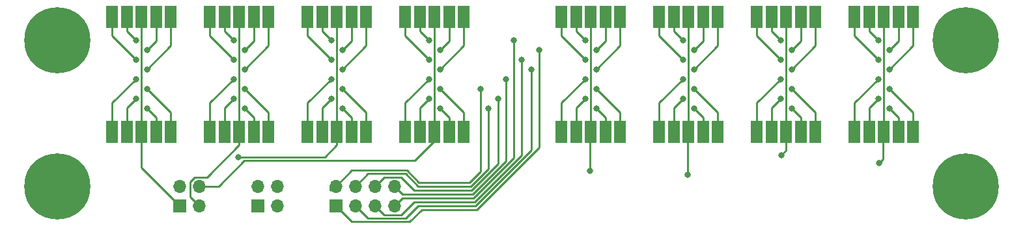
<source format=gbr>
%TF.GenerationSoftware,KiCad,Pcbnew,(5.1.8)-1*%
%TF.CreationDate,2021-01-26T11:35:07-05:00*%
%TF.ProjectId,SSD8_Row,53534438-5f52-46f7-972e-6b696361645f,rev?*%
%TF.SameCoordinates,Original*%
%TF.FileFunction,Copper,L1,Top*%
%TF.FilePolarity,Positive*%
%FSLAX46Y46*%
G04 Gerber Fmt 4.6, Leading zero omitted, Abs format (unit mm)*
G04 Created by KiCad (PCBNEW (5.1.8)-1) date 2021-01-26 11:35:07*
%MOMM*%
%LPD*%
G01*
G04 APERTURE LIST*
%TA.AperFunction,ComponentPad*%
%ADD10R,1.700000X1.700000*%
%TD*%
%TA.AperFunction,ComponentPad*%
%ADD11O,1.700000X1.700000*%
%TD*%
%TA.AperFunction,WasherPad*%
%ADD12C,8.600000*%
%TD*%
%TA.AperFunction,WasherPad*%
%ADD13C,0.900000*%
%TD*%
%TA.AperFunction,SMDPad,CuDef*%
%ADD14R,1.650000X3.000000*%
%TD*%
%TA.AperFunction,ViaPad*%
%ADD15C,0.800000*%
%TD*%
%TA.AperFunction,Conductor*%
%ADD16C,0.250000*%
%TD*%
G04 APERTURE END LIST*
D10*
%TO.P,J2,1*%
%TO.N,/SEG_F*%
X55880000Y-40640000D03*
D11*
%TO.P,J2,2*%
%TO.N,/SEG_E*%
X55880000Y-38100000D03*
%TO.P,J2,3*%
%TO.N,/SEG_G*%
X58420000Y-40640000D03*
%TO.P,J2,4*%
%TO.N,/SEG_D*%
X58420000Y-38100000D03*
%TO.P,J2,5*%
%TO.N,/SEG_B*%
X60960000Y-40640000D03*
%TO.P,J2,6*%
%TO.N,/SEG_C*%
X60960000Y-38100000D03*
%TO.P,J2,7*%
%TO.N,/SEG_A*%
X63500000Y-40640000D03*
%TO.P,J2,8*%
%TO.N,/SEG_DP*%
X63500000Y-38100000D03*
%TD*%
D12*
%TO.P,REF\u002A\u002A,*%
%TO.N,*%
X19685000Y-38100000D03*
D13*
X22910000Y-38100000D03*
X21965419Y-40380419D03*
X19685000Y-41325000D03*
X17404581Y-40380419D03*
X16460000Y-38100000D03*
X17404581Y-35819581D03*
X19685000Y-34875000D03*
X21965419Y-35819581D03*
%TD*%
D12*
%TO.P,REF\u002A\u002A,*%
%TO.N,*%
X19685000Y-19050000D03*
D13*
X22910000Y-19050000D03*
X21965419Y-21330419D03*
X19685000Y-22275000D03*
X17404581Y-21330419D03*
X16460000Y-19050000D03*
X17404581Y-16769581D03*
X19685000Y-15825000D03*
X21965419Y-16769581D03*
%TD*%
D12*
%TO.P,REF\u002A\u002A,*%
%TO.N,*%
X137795000Y-38100000D03*
D13*
X141020000Y-38100000D03*
X140075419Y-40380419D03*
X137795000Y-41325000D03*
X135514581Y-40380419D03*
X134570000Y-38100000D03*
X135514581Y-35819581D03*
X137795000Y-34875000D03*
X140075419Y-35819581D03*
%TD*%
D12*
%TO.P,REF\u002A\u002A,*%
%TO.N,*%
X137795000Y-19050000D03*
D13*
X141020000Y-19050000D03*
X140075419Y-21330419D03*
X137795000Y-22275000D03*
X135514581Y-21330419D03*
X134570000Y-19050000D03*
X135514581Y-16769581D03*
X137795000Y-15825000D03*
X140075419Y-16769581D03*
%TD*%
D14*
%TO.P,D4,10*%
%TO.N,/SEG_G*%
X72507000Y-15995000D03*
%TO.P,D4,9*%
%TO.N,/SEG_F*%
X70607000Y-15995000D03*
%TO.P,D4,8*%
%TO.N,/DIG_3*%
X68707000Y-15995000D03*
%TO.P,D4,7*%
%TO.N,/SEG_A*%
X66807000Y-15995000D03*
%TO.P,D4,6*%
%TO.N,/SEG_B*%
X64907000Y-15995000D03*
%TO.P,D4,5*%
%TO.N,/SEG_DP*%
X64907000Y-30995000D03*
%TO.P,D4,4*%
%TO.N,/SEG_C*%
X66807000Y-30995000D03*
%TO.P,D4,3*%
%TO.N,/DIG_3*%
X68707000Y-30995000D03*
%TO.P,D4,2*%
%TO.N,/SEG_D*%
X70607000Y-30995000D03*
%TO.P,D4,1*%
%TO.N,/SEG_E*%
X72507000Y-30995000D03*
%TD*%
%TO.P,D1,10*%
%TO.N,/SEG_G*%
X34407000Y-15995000D03*
%TO.P,D1,9*%
%TO.N,/SEG_F*%
X32507000Y-15995000D03*
%TO.P,D1,8*%
%TO.N,/DIG_0*%
X30607000Y-15995000D03*
%TO.P,D1,7*%
%TO.N,/SEG_A*%
X28707000Y-15995000D03*
%TO.P,D1,6*%
%TO.N,/SEG_B*%
X26807000Y-15995000D03*
%TO.P,D1,5*%
%TO.N,/SEG_DP*%
X26807000Y-30995000D03*
%TO.P,D1,4*%
%TO.N,/SEG_C*%
X28707000Y-30995000D03*
%TO.P,D1,3*%
%TO.N,/DIG_0*%
X30607000Y-30995000D03*
%TO.P,D1,2*%
%TO.N,/SEG_D*%
X32507000Y-30995000D03*
%TO.P,D1,1*%
%TO.N,/SEG_E*%
X34407000Y-30995000D03*
%TD*%
%TO.P,D5,10*%
%TO.N,/SEG_G*%
X92827000Y-15995000D03*
%TO.P,D5,9*%
%TO.N,/SEG_F*%
X90927000Y-15995000D03*
%TO.P,D5,8*%
%TO.N,/DIG_4*%
X89027000Y-15995000D03*
%TO.P,D5,7*%
%TO.N,/SEG_A*%
X87127000Y-15995000D03*
%TO.P,D5,6*%
%TO.N,/SEG_B*%
X85227000Y-15995000D03*
%TO.P,D5,5*%
%TO.N,/SEG_DP*%
X85227000Y-30995000D03*
%TO.P,D5,4*%
%TO.N,/SEG_C*%
X87127000Y-30995000D03*
%TO.P,D5,3*%
%TO.N,/DIG_4*%
X89027000Y-30995000D03*
%TO.P,D5,2*%
%TO.N,/SEG_D*%
X90927000Y-30995000D03*
%TO.P,D5,1*%
%TO.N,/SEG_E*%
X92827000Y-30995000D03*
%TD*%
%TO.P,D2,1*%
%TO.N,/SEG_E*%
X47107000Y-30995000D03*
%TO.P,D2,2*%
%TO.N,/SEG_D*%
X45207000Y-30995000D03*
%TO.P,D2,3*%
%TO.N,/DIG_1*%
X43307000Y-30995000D03*
%TO.P,D2,4*%
%TO.N,/SEG_C*%
X41407000Y-30995000D03*
%TO.P,D2,5*%
%TO.N,/SEG_DP*%
X39507000Y-30995000D03*
%TO.P,D2,6*%
%TO.N,/SEG_B*%
X39507000Y-15995000D03*
%TO.P,D2,7*%
%TO.N,/SEG_A*%
X41407000Y-15995000D03*
%TO.P,D2,8*%
%TO.N,/DIG_1*%
X43307000Y-15995000D03*
%TO.P,D2,9*%
%TO.N,/SEG_F*%
X45207000Y-15995000D03*
%TO.P,D2,10*%
%TO.N,/SEG_G*%
X47107000Y-15995000D03*
%TD*%
%TO.P,D6,1*%
%TO.N,/SEG_E*%
X105527000Y-30995000D03*
%TO.P,D6,2*%
%TO.N,/SEG_D*%
X103627000Y-30995000D03*
%TO.P,D6,3*%
%TO.N,/DIG_5*%
X101727000Y-30995000D03*
%TO.P,D6,4*%
%TO.N,/SEG_C*%
X99827000Y-30995000D03*
%TO.P,D6,5*%
%TO.N,/SEG_DP*%
X97927000Y-30995000D03*
%TO.P,D6,6*%
%TO.N,/SEG_B*%
X97927000Y-15995000D03*
%TO.P,D6,7*%
%TO.N,/SEG_A*%
X99827000Y-15995000D03*
%TO.P,D6,8*%
%TO.N,/DIG_5*%
X101727000Y-15995000D03*
%TO.P,D6,9*%
%TO.N,/SEG_F*%
X103627000Y-15995000D03*
%TO.P,D6,10*%
%TO.N,/SEG_G*%
X105527000Y-15995000D03*
%TD*%
%TO.P,D3,1*%
%TO.N,/SEG_E*%
X59807000Y-30995000D03*
%TO.P,D3,2*%
%TO.N,/SEG_D*%
X57907000Y-30995000D03*
%TO.P,D3,3*%
%TO.N,/DIG_2*%
X56007000Y-30995000D03*
%TO.P,D3,4*%
%TO.N,/SEG_C*%
X54107000Y-30995000D03*
%TO.P,D3,5*%
%TO.N,/SEG_DP*%
X52207000Y-30995000D03*
%TO.P,D3,6*%
%TO.N,/SEG_B*%
X52207000Y-15995000D03*
%TO.P,D3,7*%
%TO.N,/SEG_A*%
X54107000Y-15995000D03*
%TO.P,D3,8*%
%TO.N,/DIG_2*%
X56007000Y-15995000D03*
%TO.P,D3,9*%
%TO.N,/SEG_F*%
X57907000Y-15995000D03*
%TO.P,D3,10*%
%TO.N,/SEG_G*%
X59807000Y-15995000D03*
%TD*%
%TO.P,D7,1*%
%TO.N,/SEG_E*%
X118227000Y-30995000D03*
%TO.P,D7,2*%
%TO.N,/SEG_D*%
X116327000Y-30995000D03*
%TO.P,D7,3*%
%TO.N,/DIG_6*%
X114427000Y-30995000D03*
%TO.P,D7,4*%
%TO.N,/SEG_C*%
X112527000Y-30995000D03*
%TO.P,D7,5*%
%TO.N,/SEG_DP*%
X110627000Y-30995000D03*
%TO.P,D7,6*%
%TO.N,/SEG_B*%
X110627000Y-15995000D03*
%TO.P,D7,7*%
%TO.N,/SEG_A*%
X112527000Y-15995000D03*
%TO.P,D7,8*%
%TO.N,/DIG_6*%
X114427000Y-15995000D03*
%TO.P,D7,9*%
%TO.N,/SEG_F*%
X116327000Y-15995000D03*
%TO.P,D7,10*%
%TO.N,/SEG_G*%
X118227000Y-15995000D03*
%TD*%
%TO.P,D8,10*%
%TO.N,/SEG_G*%
X130927000Y-15995000D03*
%TO.P,D8,9*%
%TO.N,/SEG_F*%
X129027000Y-15995000D03*
%TO.P,D8,8*%
%TO.N,/DIG_7*%
X127127000Y-15995000D03*
%TO.P,D8,7*%
%TO.N,/SEG_A*%
X125227000Y-15995000D03*
%TO.P,D8,6*%
%TO.N,/SEG_B*%
X123327000Y-15995000D03*
%TO.P,D8,5*%
%TO.N,/SEG_DP*%
X123327000Y-30995000D03*
%TO.P,D8,4*%
%TO.N,/SEG_C*%
X125227000Y-30995000D03*
%TO.P,D8,3*%
%TO.N,/DIG_7*%
X127127000Y-30995000D03*
%TO.P,D8,2*%
%TO.N,/SEG_D*%
X129027000Y-30995000D03*
%TO.P,D8,1*%
%TO.N,/SEG_E*%
X130927000Y-30995000D03*
%TD*%
D10*
%TO.P,J1,1*%
%TO.N,/DIG_0*%
X35560000Y-40640000D03*
D11*
%TO.P,J1,2*%
%TO.N,/DIG_2*%
X35560000Y-38100000D03*
%TO.P,J1,3*%
%TO.N,/DIG_1*%
X38100000Y-40640000D03*
%TO.P,J1,4*%
%TO.N,/DIG_3*%
X38100000Y-38100000D03*
%TD*%
%TO.P,J3,4*%
%TO.N,/DIG_7*%
X48260000Y-38100000D03*
%TO.P,J3,3*%
%TO.N,/DIG_5*%
X48260000Y-40640000D03*
%TO.P,J3,2*%
%TO.N,/DIG_6*%
X45720000Y-38100000D03*
D10*
%TO.P,J3,1*%
%TO.N,/DIG_4*%
X45720000Y-40640000D03*
%TD*%
D15*
%TO.N,/SEG_G*%
X31332000Y-22860000D03*
X44032000Y-22860000D03*
X56732000Y-22860000D03*
X69432000Y-22860000D03*
X89752000Y-22860000D03*
X102452000Y-22860000D03*
X115152000Y-22860000D03*
X127852000Y-22860000D03*
X81280000Y-22860000D03*
%TO.N,/SEG_F*%
X31332000Y-20320000D03*
X44032000Y-20320000D03*
X56732000Y-20320000D03*
X69432000Y-20320000D03*
X89752000Y-20320000D03*
X102452000Y-20320000D03*
X115152000Y-20320000D03*
X127852000Y-20320000D03*
X82296000Y-20320000D03*
%TO.N,/SEG_A*%
X29882000Y-19050000D03*
X42582000Y-19050000D03*
X55282000Y-19050000D03*
X67982000Y-19050000D03*
X88302000Y-19050000D03*
X101002000Y-19050000D03*
X113702000Y-19050000D03*
X126402000Y-19050000D03*
X78994000Y-19050000D03*
%TO.N,/SEG_B*%
X29882000Y-21590000D03*
X42582000Y-21590000D03*
X55282000Y-21590000D03*
X67982000Y-21590000D03*
X88302000Y-21590000D03*
X101002000Y-21590000D03*
X113702000Y-21590000D03*
X126402000Y-21590000D03*
X80010000Y-21590000D03*
%TO.N,/SEG_DP*%
X29882000Y-24130000D03*
X42582000Y-24130000D03*
X55282000Y-24130000D03*
X67982000Y-24130000D03*
X88302000Y-24130000D03*
X101002000Y-24130000D03*
X113702000Y-24130000D03*
X126402000Y-24130000D03*
X77978000Y-24130000D03*
%TO.N,/SEG_C*%
X29882000Y-26670000D03*
X42582000Y-26670000D03*
X55282000Y-26670000D03*
X67982000Y-26670000D03*
X88302000Y-26670000D03*
X101002000Y-26670000D03*
X113702000Y-26670000D03*
X126402000Y-26670000D03*
X76962000Y-26670000D03*
%TO.N,/SEG_D*%
X31332000Y-27940000D03*
X44032000Y-27940000D03*
X56732000Y-27940000D03*
X69432000Y-27940000D03*
X89752000Y-27940000D03*
X102452000Y-27940000D03*
X115152000Y-27940000D03*
X127852000Y-27940000D03*
X75692000Y-27940000D03*
%TO.N,/SEG_E*%
X31332000Y-25400000D03*
X44032000Y-25400000D03*
X56732000Y-25400000D03*
X69432000Y-25400000D03*
X89752000Y-25400000D03*
X102452000Y-25400000D03*
X115152000Y-25400000D03*
X127852000Y-25400000D03*
X74676000Y-25400000D03*
%TO.N,/DIG_4*%
X88900000Y-36068000D03*
%TO.N,/DIG_5*%
X101600000Y-36576000D03*
%TO.N,/DIG_2*%
X43180000Y-34290000D03*
%TO.N,/DIG_6*%
X113792000Y-34036000D03*
%TO.N,/DIG_7*%
X126492000Y-35052000D03*
%TD*%
D16*
%TO.N,/SEG_G*%
X34407000Y-19785000D02*
X31332000Y-22860000D01*
X34407000Y-15995000D02*
X34407000Y-19785000D01*
X47107000Y-19785000D02*
X44032000Y-22860000D01*
X47107000Y-15995000D02*
X47107000Y-19785000D01*
X59807000Y-19785000D02*
X56732000Y-22860000D01*
X59807000Y-15995000D02*
X59807000Y-19785000D01*
X72507000Y-19785000D02*
X69432000Y-22860000D01*
X72507000Y-15995000D02*
X72507000Y-19785000D01*
X92827000Y-19785000D02*
X89752000Y-22860000D01*
X92827000Y-15995000D02*
X92827000Y-19785000D01*
X105527000Y-19785000D02*
X102452000Y-22860000D01*
X105527000Y-15995000D02*
X105527000Y-19785000D01*
X118227000Y-19785000D02*
X115152000Y-22860000D01*
X118227000Y-15995000D02*
X118227000Y-19785000D01*
X130927000Y-19785000D02*
X127852000Y-22860000D01*
X130927000Y-15995000D02*
X130927000Y-19785000D01*
X60045011Y-42265011D02*
X64922989Y-42265011D01*
X58420000Y-40640000D02*
X60045011Y-42265011D01*
X64922989Y-42265011D02*
X66548000Y-40640000D01*
X66548000Y-40640000D02*
X73152000Y-40640000D01*
X81280000Y-33410870D02*
X81280000Y-22860000D01*
X74050870Y-40640000D02*
X81280000Y-33410870D01*
X73152000Y-40640000D02*
X74050870Y-40640000D01*
%TO.N,/SEG_F*%
X32507000Y-19145000D02*
X31332000Y-20320000D01*
X32507000Y-15995000D02*
X32507000Y-19145000D01*
X45207000Y-19145000D02*
X44032000Y-20320000D01*
X45207000Y-15995000D02*
X45207000Y-19145000D01*
X57907000Y-19145000D02*
X56732000Y-20320000D01*
X57907000Y-15995000D02*
X57907000Y-19145000D01*
X70607000Y-19145000D02*
X69432000Y-20320000D01*
X70607000Y-15995000D02*
X70607000Y-19145000D01*
X90927000Y-19145000D02*
X89752000Y-20320000D01*
X90927000Y-15995000D02*
X90927000Y-19145000D01*
X103627000Y-19145000D02*
X102452000Y-20320000D01*
X103627000Y-15995000D02*
X103627000Y-19145000D01*
X116327000Y-19145000D02*
X115152000Y-20320000D01*
X116327000Y-15995000D02*
X116327000Y-19145000D01*
X129027000Y-19145000D02*
X127852000Y-20320000D01*
X129027000Y-15995000D02*
X129027000Y-19145000D01*
X82296000Y-33031280D02*
X82296000Y-20320000D01*
X74179280Y-41148000D02*
X82296000Y-33031280D01*
X67056000Y-41148000D02*
X74179280Y-41148000D01*
X65488979Y-42715021D02*
X67056000Y-41148000D01*
X57955021Y-42715021D02*
X65488979Y-42715021D01*
X55880000Y-40640000D02*
X57955021Y-42715021D01*
%TO.N,/DIG_0*%
X30607000Y-30995000D02*
X30607000Y-15995000D01*
X30607000Y-35687000D02*
X35560000Y-40640000D01*
X30607000Y-30995000D02*
X30607000Y-35687000D01*
%TO.N,/SEG_A*%
X28707000Y-17875000D02*
X29882000Y-19050000D01*
X28707000Y-15995000D02*
X28707000Y-17875000D01*
X41407000Y-17875000D02*
X42582000Y-19050000D01*
X41407000Y-15995000D02*
X41407000Y-17875000D01*
X54107000Y-17875000D02*
X55282000Y-19050000D01*
X54107000Y-15995000D02*
X54107000Y-17875000D01*
X66807000Y-17875000D02*
X67982000Y-19050000D01*
X66807000Y-15995000D02*
X66807000Y-17875000D01*
X87127000Y-17875000D02*
X88302000Y-19050000D01*
X87127000Y-15995000D02*
X87127000Y-17875000D01*
X99827000Y-17875000D02*
X101002000Y-19050000D01*
X99827000Y-15995000D02*
X99827000Y-17875000D01*
X112527000Y-17875000D02*
X113702000Y-19050000D01*
X112527000Y-15995000D02*
X112527000Y-17875000D01*
X125227000Y-17875000D02*
X126402000Y-19050000D01*
X125227000Y-15995000D02*
X125227000Y-17875000D01*
X73794050Y-39624000D02*
X78994000Y-34424050D01*
X64516000Y-39624000D02*
X73794050Y-39624000D01*
X63500000Y-40640000D02*
X64516000Y-39624000D01*
X78994000Y-34424050D02*
X78994000Y-19050000D01*
%TO.N,/SEG_B*%
X26807000Y-18515000D02*
X29882000Y-21590000D01*
X26807000Y-15995000D02*
X26807000Y-18515000D01*
X39507000Y-18515000D02*
X42582000Y-21590000D01*
X39507000Y-15995000D02*
X39507000Y-18515000D01*
X52207000Y-18515000D02*
X55282000Y-21590000D01*
X52207000Y-15995000D02*
X52207000Y-18515000D01*
X64907000Y-18515000D02*
X67982000Y-21590000D01*
X64907000Y-15995000D02*
X64907000Y-18515000D01*
X85227000Y-18515000D02*
X88302000Y-21590000D01*
X85227000Y-15995000D02*
X85227000Y-18515000D01*
X97927000Y-18515000D02*
X101002000Y-21590000D01*
X97927000Y-15995000D02*
X97927000Y-18515000D01*
X110627000Y-18515000D02*
X113702000Y-21590000D01*
X110627000Y-15995000D02*
X110627000Y-18515000D01*
X123327000Y-18515000D02*
X126402000Y-21590000D01*
X123327000Y-15995000D02*
X123327000Y-18515000D01*
X80010000Y-34044460D02*
X80010000Y-21590000D01*
X73922460Y-40132000D02*
X80010000Y-34044460D01*
X64356999Y-41815001D02*
X66040000Y-40132000D01*
X62135001Y-41815001D02*
X64356999Y-41815001D01*
X66040000Y-40132000D02*
X73922460Y-40132000D01*
X60960000Y-40640000D02*
X62135001Y-41815001D01*
%TO.N,/SEG_DP*%
X26807000Y-27205000D02*
X29882000Y-24130000D01*
X26807000Y-30995000D02*
X26807000Y-27205000D01*
X39507000Y-27205000D02*
X42582000Y-24130000D01*
X39507000Y-30995000D02*
X39507000Y-27205000D01*
X52207000Y-27205000D02*
X55282000Y-24130000D01*
X52207000Y-30995000D02*
X52207000Y-27205000D01*
X64907000Y-27205000D02*
X67982000Y-24130000D01*
X64907000Y-30995000D02*
X64907000Y-27205000D01*
X85227000Y-27205000D02*
X88302000Y-24130000D01*
X85227000Y-30995000D02*
X85227000Y-27205000D01*
X97927000Y-27205000D02*
X101002000Y-24130000D01*
X97927000Y-30995000D02*
X97927000Y-27205000D01*
X110627000Y-27205000D02*
X113702000Y-24130000D01*
X110627000Y-30995000D02*
X110627000Y-27205000D01*
X123327000Y-27205000D02*
X126402000Y-24130000D01*
X123327000Y-30995000D02*
X123327000Y-27205000D01*
X73665640Y-39116000D02*
X77978000Y-34803640D01*
X64516000Y-39116000D02*
X73665640Y-39116000D01*
X63500000Y-38100000D02*
X64516000Y-39116000D01*
X77978000Y-34803640D02*
X77978000Y-24130000D01*
%TO.N,/SEG_C*%
X28707000Y-27845000D02*
X29882000Y-26670000D01*
X28707000Y-30995000D02*
X28707000Y-27845000D01*
X41407000Y-27845000D02*
X42582000Y-26670000D01*
X41407000Y-30995000D02*
X41407000Y-27845000D01*
X54107000Y-27845000D02*
X55282000Y-26670000D01*
X54107000Y-30995000D02*
X54107000Y-27845000D01*
X66807000Y-27845000D02*
X67982000Y-26670000D01*
X66807000Y-30995000D02*
X66807000Y-27845000D01*
X87127000Y-27845000D02*
X88302000Y-26670000D01*
X87127000Y-30995000D02*
X87127000Y-27845000D01*
X99827000Y-27845000D02*
X101002000Y-26670000D01*
X99827000Y-30995000D02*
X99827000Y-27845000D01*
X112527000Y-27845000D02*
X113702000Y-26670000D01*
X112527000Y-30995000D02*
X112527000Y-27845000D01*
X125227000Y-27845000D02*
X126402000Y-26670000D01*
X125227000Y-30995000D02*
X125227000Y-27845000D01*
X76962000Y-35183230D02*
X76962000Y-26670000D01*
X73537230Y-38608000D02*
X76962000Y-35183230D01*
X66040000Y-38608000D02*
X73537230Y-38608000D01*
X64356999Y-36924999D02*
X66040000Y-38608000D01*
X62135001Y-36924999D02*
X64356999Y-36924999D01*
X60960000Y-38100000D02*
X62135001Y-36924999D01*
%TO.N,/SEG_D*%
X32507000Y-29115000D02*
X31332000Y-27940000D01*
X32507000Y-30995000D02*
X32507000Y-29115000D01*
X45207000Y-29115000D02*
X44032000Y-27940000D01*
X45207000Y-30995000D02*
X45207000Y-29115000D01*
X57907000Y-29115000D02*
X56732000Y-27940000D01*
X57907000Y-30995000D02*
X57907000Y-29115000D01*
X70607000Y-29115000D02*
X69432000Y-27940000D01*
X70607000Y-30995000D02*
X70607000Y-29115000D01*
X90927000Y-29115000D02*
X89752000Y-27940000D01*
X90927000Y-30995000D02*
X90927000Y-29115000D01*
X103627000Y-29115000D02*
X102452000Y-27940000D01*
X103627000Y-30995000D02*
X103627000Y-29115000D01*
X116327000Y-29115000D02*
X115152000Y-27940000D01*
X116327000Y-30995000D02*
X116327000Y-29115000D01*
X129027000Y-29115000D02*
X127852000Y-27940000D01*
X129027000Y-30995000D02*
X129027000Y-29115000D01*
X75692000Y-35816820D02*
X75692000Y-27940000D01*
X66548000Y-38100000D02*
X73408820Y-38100000D01*
X64922989Y-36474989D02*
X66548000Y-38100000D01*
X60045011Y-36474989D02*
X64922989Y-36474989D01*
X58420000Y-38100000D02*
X60045011Y-36474989D01*
X73408820Y-38100000D02*
X75692000Y-35816820D01*
%TO.N,/SEG_E*%
X55118000Y-38100000D02*
X55118000Y-38608000D01*
X34407000Y-28475000D02*
X31332000Y-25400000D01*
X34407000Y-30995000D02*
X34407000Y-28475000D01*
X47107000Y-28475000D02*
X44032000Y-25400000D01*
X47107000Y-30995000D02*
X47107000Y-28475000D01*
X59807000Y-28475000D02*
X56732000Y-25400000D01*
X59807000Y-30995000D02*
X59807000Y-28475000D01*
X72507000Y-28475000D02*
X69432000Y-25400000D01*
X72507000Y-30995000D02*
X72507000Y-28475000D01*
X92827000Y-28475000D02*
X89752000Y-25400000D01*
X92827000Y-30995000D02*
X92827000Y-28475000D01*
X105527000Y-28475000D02*
X102452000Y-25400000D01*
X105527000Y-30995000D02*
X105527000Y-28475000D01*
X118227000Y-28475000D02*
X115152000Y-25400000D01*
X118227000Y-30995000D02*
X118227000Y-28475000D01*
X130927000Y-28475000D02*
X127852000Y-25400000D01*
X130927000Y-30995000D02*
X130927000Y-28475000D01*
X73280410Y-37592000D02*
X74676000Y-36196410D01*
X74676000Y-36196410D02*
X74676000Y-25400000D01*
X66676410Y-37592000D02*
X73280410Y-37592000D01*
X65109390Y-36024980D02*
X66676410Y-37592000D01*
X57955021Y-36024979D02*
X65109390Y-36024980D01*
X55880000Y-38100000D02*
X57955021Y-36024979D01*
%TO.N,/DIG_4*%
X89027000Y-30995000D02*
X89027000Y-15995000D01*
X88900000Y-31122000D02*
X89027000Y-30995000D01*
X88900000Y-36068000D02*
X88900000Y-31122000D01*
%TO.N,/DIG_1*%
X43307000Y-15995000D02*
X43307000Y-30995000D01*
X36924999Y-37535999D02*
X36924999Y-39464999D01*
X37535999Y-36924999D02*
X36924999Y-37535999D01*
X39127001Y-36924999D02*
X37535999Y-36924999D01*
X43307000Y-32745000D02*
X39127001Y-36924999D01*
X36924999Y-39464999D02*
X38100000Y-40640000D01*
X43307000Y-30995000D02*
X43307000Y-32745000D01*
%TO.N,/DIG_5*%
X101727000Y-15995000D02*
X101727000Y-30995000D01*
X101092000Y-31630000D02*
X101727000Y-30995000D01*
X101600000Y-31122000D02*
X101727000Y-30995000D01*
X101600000Y-36576000D02*
X101600000Y-31122000D01*
%TO.N,/DIG_2*%
X56007000Y-30995000D02*
X56007000Y-15995000D01*
X54462000Y-34290000D02*
X43180000Y-34290000D01*
X56007000Y-32745000D02*
X54462000Y-34290000D01*
X56007000Y-30995000D02*
X56007000Y-32745000D01*
%TO.N,/DIG_6*%
X114427000Y-30995000D02*
X114427000Y-15995000D01*
X114427000Y-33401000D02*
X113792000Y-34036000D01*
X114427000Y-30995000D02*
X114427000Y-33401000D01*
%TO.N,/DIG_3*%
X68707000Y-15995000D02*
X68707000Y-30995000D01*
X38100000Y-38100000D02*
X40640000Y-38100000D01*
X68707000Y-32162502D02*
X68707000Y-30995000D01*
X66129492Y-34740010D02*
X68707000Y-32162502D01*
X43999990Y-34740010D02*
X66129492Y-34740010D01*
X40640000Y-38100000D02*
X43999990Y-34740010D01*
%TO.N,/DIG_7*%
X127127000Y-15995000D02*
X127127000Y-30995000D01*
X126492000Y-35052000D02*
X127000000Y-34544000D01*
X127000000Y-31122000D02*
X127127000Y-30995000D01*
X127000000Y-34544000D02*
X127000000Y-31122000D01*
%TD*%
M02*

</source>
